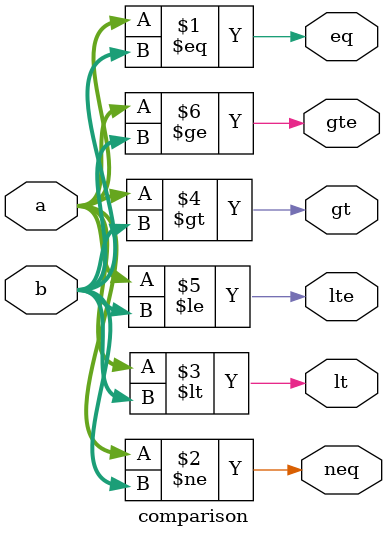
<source format=sv>
module comparison (
    input  logic [7:0] a, b,
    output logic       eq, neq, lt, gt, lte, gte
);
    assign eq  = (a == b);
    assign neq = (a != b);
    assign lt  = (a < b);
    assign gt  = (a > b);
    assign lte = (a <= b);
    assign gte = (a >= b);
endmodule

</source>
